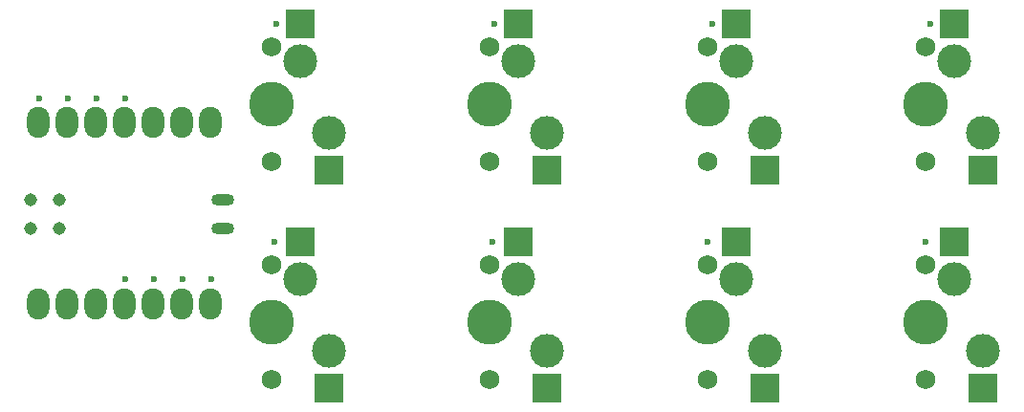
<source format=gbr>
G04 #@! TF.GenerationSoftware,KiCad,Pcbnew,8.0.6*
G04 #@! TF.CreationDate,2025-06-28T13:01:24+01:00*
G04 #@! TF.ProjectId,2x4,3278342e-6b69-4636-9164-5f7063625858,0.2*
G04 #@! TF.SameCoordinates,Original*
G04 #@! TF.FileFunction,Soldermask,Bot*
G04 #@! TF.FilePolarity,Negative*
%FSLAX46Y46*%
G04 Gerber Fmt 4.6, Leading zero omitted, Abs format (unit mm)*
G04 Created by KiCad (PCBNEW 8.0.6) date 2025-06-28 13:01:24*
%MOMM*%
%LPD*%
G01*
G04 APERTURE LIST*
%ADD10C,1.750000*%
%ADD11C,3.000000*%
%ADD12C,3.987800*%
%ADD13R,2.500000X2.550000*%
%ADD14O,1.998980X2.748280*%
%ADD15O,2.032000X1.016000*%
%ADD16C,1.143000*%
%ADD17C,0.600000*%
G04 APERTURE END LIST*
D10*
X101346000Y-46228000D03*
D11*
X103886000Y-47498000D03*
D12*
X101346000Y-51308000D03*
D11*
X106426000Y-53848000D03*
D10*
X101346000Y-56388000D03*
D13*
X103886000Y-44223000D03*
X106426000Y-57150000D03*
D10*
X139954000Y-65532000D03*
D11*
X142494000Y-66802000D03*
D12*
X139954000Y-70612000D03*
D11*
X145034000Y-73152000D03*
D10*
X139954000Y-75692000D03*
D13*
X142494000Y-63527000D03*
X145034000Y-76454000D03*
D10*
X120650000Y-46228000D03*
D11*
X123190000Y-47498000D03*
D12*
X120650000Y-51308000D03*
D11*
X125730000Y-53848000D03*
D10*
X120650000Y-56388000D03*
D13*
X123190000Y-44223000D03*
X125730000Y-57150000D03*
D10*
X120650000Y-65532000D03*
D11*
X123190000Y-66802000D03*
D12*
X120650000Y-70612000D03*
D11*
X125730000Y-73152000D03*
D10*
X120650000Y-75692000D03*
D13*
X123190000Y-63527000D03*
X125730000Y-76454000D03*
D10*
X101346000Y-65532000D03*
D11*
X103886000Y-66802000D03*
D12*
X101346000Y-70612000D03*
D11*
X106426000Y-73152000D03*
D10*
X101346000Y-75692000D03*
D13*
X103886000Y-63527000D03*
X106426000Y-76454000D03*
D10*
X81998934Y-46228000D03*
D11*
X84538934Y-47498000D03*
D12*
X81998934Y-51308000D03*
D11*
X87078934Y-53848000D03*
D10*
X81998934Y-56388000D03*
D13*
X84538934Y-44223000D03*
X87078934Y-57150000D03*
D10*
X139954000Y-46228000D03*
D11*
X142494000Y-47498000D03*
D12*
X139954000Y-51308000D03*
D11*
X145034000Y-53848000D03*
D10*
X139954000Y-56388000D03*
D13*
X142494000Y-44223000D03*
X145034000Y-57150000D03*
D10*
X81998934Y-65532000D03*
D11*
X84538934Y-66802000D03*
D12*
X81998934Y-70612000D03*
D11*
X87078934Y-73152000D03*
D10*
X81998934Y-75692000D03*
D13*
X84538934Y-63527000D03*
X87078934Y-76454000D03*
D14*
X61384180Y-52903120D03*
X63924180Y-52903120D03*
X66464180Y-52903120D03*
X69004180Y-52903120D03*
X71544180Y-52903120D03*
X74084180Y-52903120D03*
X76624180Y-52903120D03*
X76624180Y-69067680D03*
X74084180Y-69067680D03*
X71544180Y-69067680D03*
X69004180Y-69067680D03*
X66464180Y-69067680D03*
X63924180Y-69067680D03*
X61384180Y-69067680D03*
D15*
X77702000Y-59770000D03*
X77702000Y-62320000D03*
D16*
X60697813Y-59768803D03*
X60697813Y-62308803D03*
X63237813Y-59768803D03*
X63237813Y-62308803D03*
D17*
X69088000Y-50800000D03*
X82423000Y-44196000D03*
X64008000Y-50800000D03*
X121031000Y-44196000D03*
X140335000Y-44196000D03*
X61468000Y-50800000D03*
X101727000Y-44196000D03*
X66548000Y-50800000D03*
X74168000Y-66802000D03*
X101600000Y-63500000D03*
X76708000Y-66802000D03*
X82296000Y-63500000D03*
X71628000Y-66802000D03*
X120650000Y-63500000D03*
X139954000Y-63500000D03*
X69088000Y-66802000D03*
M02*

</source>
